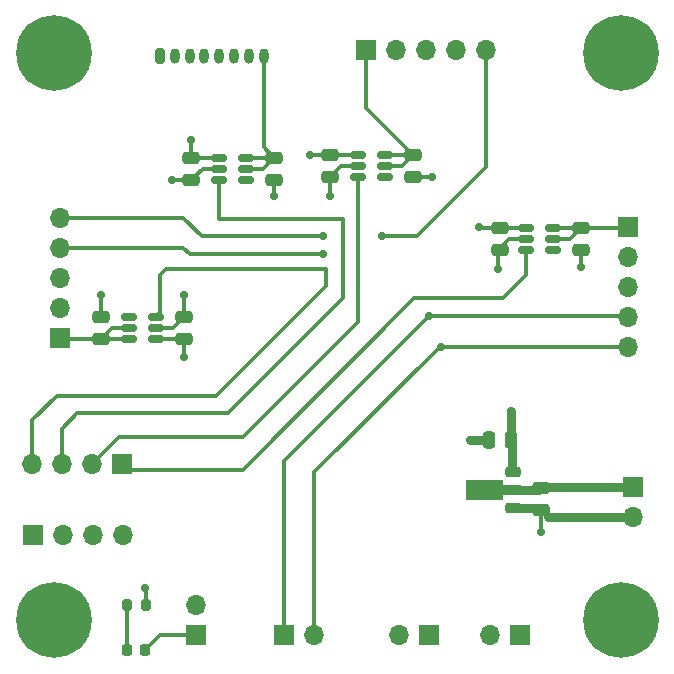
<source format=gbr>
%TF.GenerationSoftware,KiCad,Pcbnew,8.0.6*%
%TF.CreationDate,2025-03-13T12:14:51-04:00*%
%TF.ProjectId,PCB-Test,5043422d-5465-4737-942e-6b696361645f,rev?*%
%TF.SameCoordinates,Original*%
%TF.FileFunction,Copper,L1,Top*%
%TF.FilePolarity,Positive*%
%FSLAX46Y46*%
G04 Gerber Fmt 4.6, Leading zero omitted, Abs format (unit mm)*
G04 Created by KiCad (PCBNEW 8.0.6) date 2025-03-13 12:14:51*
%MOMM*%
%LPD*%
G01*
G04 APERTURE LIST*
G04 Aperture macros list*
%AMRoundRect*
0 Rectangle with rounded corners*
0 $1 Rounding radius*
0 $2 $3 $4 $5 $6 $7 $8 $9 X,Y pos of 4 corners*
0 Add a 4 corners polygon primitive as box body*
4,1,4,$2,$3,$4,$5,$6,$7,$8,$9,$2,$3,0*
0 Add four circle primitives for the rounded corners*
1,1,$1+$1,$2,$3*
1,1,$1+$1,$4,$5*
1,1,$1+$1,$6,$7*
1,1,$1+$1,$8,$9*
0 Add four rect primitives between the rounded corners*
20,1,$1+$1,$2,$3,$4,$5,0*
20,1,$1+$1,$4,$5,$6,$7,0*
20,1,$1+$1,$6,$7,$8,$9,0*
20,1,$1+$1,$8,$9,$2,$3,0*%
%AMFreePoly0*
4,1,9,3.862500,-0.866500,0.737500,-0.866500,0.737500,-0.450000,-0.737500,-0.450000,-0.737500,0.450000,0.737500,0.450000,0.737500,0.866500,3.862500,0.866500,3.862500,-0.866500,3.862500,-0.866500,$1*%
G04 Aperture macros list end*
%TA.AperFunction,SMDPad,CuDef*%
%ADD10RoundRect,0.218750X-0.218750X-0.256250X0.218750X-0.256250X0.218750X0.256250X-0.218750X0.256250X0*%
%TD*%
%TA.AperFunction,ComponentPad*%
%ADD11R,1.700000X1.700000*%
%TD*%
%TA.AperFunction,ComponentPad*%
%ADD12O,1.700000X1.700000*%
%TD*%
%TA.AperFunction,SMDPad,CuDef*%
%ADD13RoundRect,0.250000X-0.475000X0.250000X-0.475000X-0.250000X0.475000X-0.250000X0.475000X0.250000X0*%
%TD*%
%TA.AperFunction,SMDPad,CuDef*%
%ADD14RoundRect,0.150000X-0.512500X-0.150000X0.512500X-0.150000X0.512500X0.150000X-0.512500X0.150000X0*%
%TD*%
%TA.AperFunction,ComponentPad*%
%ADD15RoundRect,0.200000X-0.200000X-0.450000X0.200000X-0.450000X0.200000X0.450000X-0.200000X0.450000X0*%
%TD*%
%TA.AperFunction,ComponentPad*%
%ADD16O,0.800000X1.300000*%
%TD*%
%TA.AperFunction,ComponentPad*%
%ADD17C,0.800000*%
%TD*%
%TA.AperFunction,ComponentPad*%
%ADD18C,6.400000*%
%TD*%
%TA.AperFunction,SMDPad,CuDef*%
%ADD19RoundRect,0.250000X0.250000X0.475000X-0.250000X0.475000X-0.250000X-0.475000X0.250000X-0.475000X0*%
%TD*%
%TA.AperFunction,SMDPad,CuDef*%
%ADD20RoundRect,0.200000X0.200000X0.275000X-0.200000X0.275000X-0.200000X-0.275000X0.200000X-0.275000X0*%
%TD*%
%TA.AperFunction,SMDPad,CuDef*%
%ADD21RoundRect,0.150000X0.512500X0.150000X-0.512500X0.150000X-0.512500X-0.150000X0.512500X-0.150000X0*%
%TD*%
%TA.AperFunction,SMDPad,CuDef*%
%ADD22RoundRect,0.225000X0.425000X0.225000X-0.425000X0.225000X-0.425000X-0.225000X0.425000X-0.225000X0*%
%TD*%
%TA.AperFunction,SMDPad,CuDef*%
%ADD23FreePoly0,180.000000*%
%TD*%
%TA.AperFunction,SMDPad,CuDef*%
%ADD24RoundRect,0.250000X0.475000X-0.250000X0.475000X0.250000X-0.475000X0.250000X-0.475000X-0.250000X0*%
%TD*%
%TA.AperFunction,ViaPad*%
%ADD25C,0.700000*%
%TD*%
%TA.AperFunction,Conductor*%
%ADD26C,0.300000*%
%TD*%
%TA.AperFunction,Conductor*%
%ADD27C,0.800000*%
%TD*%
G04 APERTURE END LIST*
D10*
%TO.P,D1,1,K*%
%TO.N,Net-(D1-K)*%
X162175000Y-106500000D03*
%TO.P,D1,2,A*%
%TO.N,Net-(D1-A)*%
X163750000Y-106500000D03*
%TD*%
D11*
%TO.P,J10,1,Pin_1*%
%TO.N,/SCD40_EN*%
X161800000Y-90750000D03*
D12*
%TO.P,J10,2,Pin_2*%
%TO.N,/OZONE_EN*%
X159260000Y-90750000D03*
%TO.P,J10,3,Pin_3*%
%TO.N,/PM25_EN*%
X156720000Y-90750000D03*
%TO.P,J10,4,Pin_4*%
%TO.N,/SHT4X_EN*%
X154180000Y-90750000D03*
%TD*%
D13*
%TO.P,C6,1*%
%TO.N,/SCD40_VCC*%
X200612500Y-70800000D03*
%TO.P,C6,2*%
%TO.N,GND*%
X200612500Y-72700000D03*
%TD*%
%TO.P,C9,1*%
%TO.N,VCC*%
X197250000Y-92800000D03*
%TO.P,C9,2*%
%TO.N,GND*%
X197250000Y-94700000D03*
%TD*%
D11*
%TO.P,J8,1,Pin_1*%
%TO.N,/SCL*%
X175500000Y-105250000D03*
D12*
%TO.P,J8,2,Pin_2*%
%TO.N,/SDA*%
X178040000Y-105250000D03*
%TD*%
D14*
%TO.P,U1,1,VIN*%
%TO.N,+5V*%
X170000000Y-64850000D03*
%TO.P,U1,2,GND*%
%TO.N,GND*%
X170000000Y-65800000D03*
%TO.P,U1,3,ON*%
%TO.N,/PM25_EN*%
X170000000Y-66750000D03*
%TO.P,U1,4,CT*%
%TO.N,unconnected-(U1-CT-Pad4)*%
X172275000Y-66750000D03*
%TO.P,U1,5,QOD*%
%TO.N,/PM25_VCC*%
X172275000Y-65800000D03*
%TO.P,U1,6,VOUT*%
X172275000Y-64850000D03*
%TD*%
D11*
%TO.P,JP1,1,A*%
%TO.N,Net-(D1-A)*%
X168000000Y-105275000D03*
D12*
%TO.P,JP1,2,B*%
%TO.N,+5V*%
X168000000Y-102735000D03*
%TD*%
D11*
%TO.P,J2,1,Pin_1*%
%TO.N,/OZONE_VCC*%
X182420000Y-55750000D03*
D12*
%TO.P,J2,2,Pin_2*%
%TO.N,unconnected-(J2-Pin_2-Pad2)*%
X184960000Y-55750000D03*
%TO.P,J2,3,Pin_3*%
%TO.N,GND*%
X187500000Y-55750000D03*
%TO.P,J2,4,Pin_4*%
%TO.N,/SCL*%
X190040000Y-55750000D03*
%TO.P,J2,5,Pin_5*%
%TO.N,/SDA*%
X192580000Y-55750000D03*
%TD*%
D13*
%TO.P,C1,1*%
%TO.N,/PM25_VCC*%
X174637500Y-64850000D03*
%TO.P,C1,2*%
%TO.N,GND*%
X174637500Y-66750000D03*
%TD*%
D15*
%TO.P,J1,1,Pin_1*%
%TO.N,unconnected-(J1-Pin_1-Pad1)*%
X165000000Y-56250000D03*
D16*
%TO.P,J1,2,Pin_2*%
%TO.N,unconnected-(J1-Pin_2-Pad2)*%
X166250000Y-56250000D03*
%TO.P,J1,3,Pin_3*%
%TO.N,/PM25_RST*%
X167500000Y-56250000D03*
%TO.P,J1,4,Pin_4*%
%TO.N,/PM25_TX*%
X168750000Y-56250000D03*
%TO.P,J1,5,Pin_5*%
%TO.N,/PM25_RX*%
X170000000Y-56250000D03*
%TO.P,J1,6,Pin_6*%
%TO.N,/PM25_SET*%
X171250000Y-56250000D03*
%TO.P,J1,7,Pin_7*%
%TO.N,GND*%
X172500000Y-56250000D03*
%TO.P,J1,8,Pin_8*%
%TO.N,/PM25_VCC*%
X173750000Y-56250000D03*
%TD*%
D13*
%TO.P,C4,1*%
%TO.N,/OZONE_VCC*%
X186387500Y-64600000D03*
%TO.P,C4,2*%
%TO.N,GND*%
X186387500Y-66500000D03*
%TD*%
D11*
%TO.P,J4,1,Pin_1*%
%TO.N,/SHT4X_VCC*%
X156550000Y-80075000D03*
D12*
%TO.P,J4,2,Pin_2*%
%TO.N,unconnected-(J4-Pin_2-Pad2)*%
X156550000Y-77535000D03*
%TO.P,J4,3,Pin_3*%
%TO.N,GND*%
X156550000Y-74995000D03*
%TO.P,J4,4,Pin_4*%
%TO.N,/SCL*%
X156550000Y-72455000D03*
%TO.P,J4,5,Pin_5*%
%TO.N,/SDA*%
X156550000Y-69915000D03*
%TD*%
D17*
%TO.P,H1,1,1*%
%TO.N,GND*%
X153600000Y-104000000D03*
X154302944Y-102302944D03*
X154302944Y-105697056D03*
X156000000Y-101600000D03*
D18*
X156000000Y-104000000D03*
D17*
X156000000Y-106400000D03*
X157697056Y-102302944D03*
X157697056Y-105697056D03*
X158400000Y-104000000D03*
%TD*%
D14*
%TO.P,U2,1,VIN*%
%TO.N,+5V*%
X181750000Y-64600000D03*
%TO.P,U2,2,GND*%
%TO.N,GND*%
X181750000Y-65550000D03*
%TO.P,U2,3,ON*%
%TO.N,/OZONE_EN*%
X181750000Y-66500000D03*
%TO.P,U2,4,CT*%
%TO.N,unconnected-(U2-CT-Pad4)*%
X184025000Y-66500000D03*
%TO.P,U2,5,QOD*%
%TO.N,/OZONE_VCC*%
X184025000Y-65550000D03*
%TO.P,U2,6,VOUT*%
X184025000Y-64600000D03*
%TD*%
D19*
%TO.P,C10,1*%
%TO.N,+5V*%
X194700000Y-88750000D03*
%TO.P,C10,2*%
%TO.N,GND*%
X192800000Y-88750000D03*
%TD*%
D17*
%TO.P,H3,1,1*%
%TO.N,GND*%
X201600000Y-104000000D03*
X202302944Y-102302944D03*
X202302944Y-105697056D03*
X204000000Y-101600000D03*
D18*
X204000000Y-104000000D03*
D17*
X204000000Y-106400000D03*
X205697056Y-102302944D03*
X205697056Y-105697056D03*
X206400000Y-104000000D03*
%TD*%
%TO.P,H4,1,1*%
%TO.N,GND*%
X201600000Y-56000000D03*
X202302944Y-54302944D03*
X202302944Y-57697056D03*
X204000000Y-53600000D03*
D18*
X204000000Y-56000000D03*
D17*
X204000000Y-58400000D03*
X205697056Y-54302944D03*
X205697056Y-57697056D03*
X206400000Y-56000000D03*
%TD*%
D11*
%TO.P,J9,1,Pin_1*%
%TO.N,/PM25_RST*%
X154250000Y-96750000D03*
D12*
%TO.P,J9,2,Pin_2*%
%TO.N,/PM25_TX*%
X156790000Y-96750000D03*
%TO.P,J9,3,Pin_3*%
%TO.N,/PM25_RX*%
X159330000Y-96750000D03*
%TO.P,J9,4,Pin_4*%
%TO.N,/PM25_SET*%
X161870000Y-96750000D03*
%TD*%
D20*
%TO.P,R1,1*%
%TO.N,GND*%
X163827500Y-102710000D03*
%TO.P,R1,2*%
%TO.N,Net-(D1-K)*%
X162177500Y-102710000D03*
%TD*%
D13*
%TO.P,C2,1*%
%TO.N,+5V*%
X167637500Y-64850000D03*
%TO.P,C2,2*%
%TO.N,GND*%
X167637500Y-66750000D03*
%TD*%
D17*
%TO.P,H2,1,1*%
%TO.N,GND*%
X153600000Y-56000000D03*
X154302944Y-54302944D03*
X154302944Y-57697056D03*
X156000000Y-53600000D03*
D18*
X156000000Y-56000000D03*
D17*
X156000000Y-58400000D03*
X157697056Y-54302944D03*
X157697056Y-57697056D03*
X158400000Y-56000000D03*
%TD*%
D21*
%TO.P,U4,1,VIN*%
%TO.N,+5V*%
X164637500Y-80200000D03*
%TO.P,U4,2,GND*%
%TO.N,GND*%
X164637500Y-79250000D03*
%TO.P,U4,3,ON*%
%TO.N,/SHT4X_EN*%
X164637500Y-78300000D03*
%TO.P,U4,4,CT*%
%TO.N,unconnected-(U4-CT-Pad4)*%
X162362500Y-78300000D03*
%TO.P,U4,5,QOD*%
%TO.N,/SHT4X_VCC*%
X162362500Y-79250000D03*
%TO.P,U4,6,VOUT*%
X162362500Y-80200000D03*
%TD*%
D11*
%TO.P,J3,1,Pin_1*%
%TO.N,/SCD40_VCC*%
X204625000Y-70675000D03*
D12*
%TO.P,J3,2,Pin_2*%
%TO.N,unconnected-(J3-Pin_2-Pad2)*%
X204625000Y-73215000D03*
%TO.P,J3,3,Pin_3*%
%TO.N,GND*%
X204625000Y-75755000D03*
%TO.P,J3,4,Pin_4*%
%TO.N,/SCL*%
X204625000Y-78295000D03*
%TO.P,J3,5,Pin_5*%
%TO.N,/SDA*%
X204625000Y-80835000D03*
%TD*%
D22*
%TO.P,U5,1,GND*%
%TO.N,GND*%
X194837500Y-94500000D03*
D23*
%TO.P,U5,2,VIN*%
%TO.N,VCC*%
X194750000Y-93000000D03*
D22*
%TO.P,U5,3,VOUT*%
%TO.N,+5V*%
X194837500Y-91500000D03*
%TD*%
D14*
%TO.P,U3,1,VIN*%
%TO.N,+5V*%
X195975000Y-70800000D03*
%TO.P,U3,2,GND*%
%TO.N,GND*%
X195975000Y-71750000D03*
%TO.P,U3,3,ON*%
%TO.N,/SCD40_EN*%
X195975000Y-72700000D03*
%TO.P,U3,4,CT*%
%TO.N,unconnected-(U3-CT-Pad4)*%
X198250000Y-72700000D03*
%TO.P,U3,5,QOD*%
%TO.N,/SCD40_VCC*%
X198250000Y-71750000D03*
%TO.P,U3,6,VOUT*%
X198250000Y-70800000D03*
%TD*%
D24*
%TO.P,C8,1*%
%TO.N,/SHT4X_VCC*%
X160000000Y-80200000D03*
%TO.P,C8,2*%
%TO.N,GND*%
X160000000Y-78300000D03*
%TD*%
D13*
%TO.P,C3,1*%
%TO.N,+5V*%
X179387500Y-64600000D03*
%TO.P,C3,2*%
%TO.N,GND*%
X179387500Y-66500000D03*
%TD*%
D11*
%TO.P,J5,1,Pin_1*%
%TO.N,VCC*%
X187775000Y-105250000D03*
D12*
%TO.P,J5,2,Pin_2*%
%TO.N,GND*%
X185235000Y-105250000D03*
%TD*%
D11*
%TO.P,J7,1,Pin_1*%
%TO.N,VCC*%
X205000000Y-92725000D03*
D12*
%TO.P,J7,2,Pin_2*%
%TO.N,GND*%
X205000000Y-95265000D03*
%TD*%
D24*
%TO.P,C7,1*%
%TO.N,+5V*%
X167000000Y-80200000D03*
%TO.P,C7,2*%
%TO.N,GND*%
X167000000Y-78300000D03*
%TD*%
D11*
%TO.P,J6,1,Pin_1*%
%TO.N,VCC*%
X195500000Y-105250000D03*
D12*
%TO.P,J6,2,Pin_2*%
%TO.N,GND*%
X192960000Y-105250000D03*
%TD*%
D13*
%TO.P,C5,1*%
%TO.N,+5V*%
X193750000Y-70800000D03*
%TO.P,C5,2*%
%TO.N,GND*%
X193750000Y-72700000D03*
%TD*%
D25*
%TO.N,+5V*%
X177706250Y-64600000D03*
X194700000Y-86300000D03*
X167000000Y-81750000D03*
X167637500Y-63362500D03*
X192000000Y-70750000D03*
%TO.N,GND*%
X163750000Y-101250000D03*
X174625000Y-68125000D03*
X179387500Y-68100000D03*
X167000000Y-76500000D03*
X166000000Y-66750000D03*
X188000000Y-66500000D03*
X200612500Y-74137500D03*
X197250000Y-96500000D03*
X191250000Y-88750000D03*
X160000000Y-76500000D03*
X193612500Y-74250000D03*
%TO.N,/SCL*%
X187750000Y-78250000D03*
X178750000Y-73000000D03*
%TO.N,/SDA*%
X188750000Y-80835000D03*
X178750000Y-71500000D03*
X183750000Y-71500000D03*
%TD*%
D26*
%TO.N,/SDA*%
X183750000Y-71500000D02*
X186750000Y-71500000D01*
X186750000Y-71500000D02*
X192580000Y-65670000D01*
X192580000Y-65670000D02*
X192580000Y-55750000D01*
%TO.N,/PM25_VCC*%
X174637500Y-64850000D02*
X172275000Y-64850000D01*
X172275000Y-65800000D02*
X173687500Y-65800000D01*
X173750000Y-63962500D02*
X173750000Y-56250000D01*
X173687500Y-65800000D02*
X174637500Y-64850000D01*
X174637500Y-64850000D02*
X173750000Y-63962500D01*
%TO.N,/PM25_EN*%
X156720000Y-87780000D02*
X158000000Y-86500000D01*
X170000000Y-70000000D02*
X170000000Y-66750000D01*
X180500000Y-76750000D02*
X180500000Y-70000000D01*
X180500000Y-70000000D02*
X170000000Y-70000000D01*
X158000000Y-86500000D02*
X170750000Y-86500000D01*
X156720000Y-91250000D02*
X156720000Y-87780000D01*
X170750000Y-86500000D02*
X180500000Y-76750000D01*
%TO.N,+5V*%
X179387500Y-64600000D02*
X181750000Y-64600000D01*
D27*
X194700000Y-86300000D02*
X194700000Y-88750000D01*
D26*
X193750000Y-70800000D02*
X192050000Y-70800000D01*
X194837500Y-91500000D02*
X194750000Y-91412500D01*
X164637500Y-80200000D02*
X167000000Y-80200000D01*
X192050000Y-70800000D02*
X192000000Y-70750000D01*
X194750000Y-88800000D02*
X194700000Y-88750000D01*
X167000000Y-81750000D02*
X167000000Y-80200000D01*
D27*
X194750000Y-91412500D02*
X194750000Y-88800000D01*
D26*
X170000000Y-64850000D02*
X167637500Y-64850000D01*
X193750000Y-70800000D02*
X195975000Y-70800000D01*
X167637500Y-63362500D02*
X167637500Y-64850000D01*
X179387500Y-64600000D02*
X177706250Y-64600000D01*
D27*
%TO.N,GND*%
X205000000Y-95265000D02*
X197815000Y-95265000D01*
D26*
X170000000Y-65800000D02*
X168587500Y-65800000D01*
X166050000Y-79250000D02*
X167000000Y-78300000D01*
X167637500Y-66750000D02*
X166000000Y-66750000D01*
X179387500Y-66500000D02*
X180337500Y-65550000D01*
X167000000Y-76500000D02*
X167000000Y-78300000D01*
X188000000Y-66500000D02*
X186387500Y-66500000D01*
X197050000Y-94500000D02*
X197250000Y-94700000D01*
X163827500Y-102710000D02*
X163827500Y-101327500D01*
X200612500Y-74137500D02*
X200612500Y-72700000D01*
X168587500Y-65800000D02*
X167637500Y-66750000D01*
X180337500Y-65550000D02*
X181750000Y-65550000D01*
X164637500Y-79250000D02*
X166050000Y-79250000D01*
D27*
X192800000Y-88750000D02*
X191250000Y-88750000D01*
D26*
X174625000Y-68125000D02*
X174637500Y-68112500D01*
D27*
X194837500Y-94500000D02*
X197050000Y-94500000D01*
D26*
X197250000Y-94700000D02*
X197250000Y-96500000D01*
X163827500Y-101327500D02*
X163750000Y-101250000D01*
X193612500Y-74250000D02*
X193612500Y-72700000D01*
X179387500Y-66500000D02*
X179387500Y-68100000D01*
X194562500Y-71750000D02*
X195975000Y-71750000D01*
X174637500Y-68112500D02*
X174637500Y-66750000D01*
X197815000Y-95265000D02*
X197250000Y-94700000D01*
X160000000Y-78300000D02*
X160000000Y-76500000D01*
X193612500Y-72700000D02*
X194562500Y-71750000D01*
%TO.N,/OZONE_VCC*%
X184025000Y-65550000D02*
X185437500Y-65550000D01*
X184025000Y-64600000D02*
X186387500Y-64600000D01*
X185437500Y-65550000D02*
X186387500Y-64600000D01*
X186387500Y-64600000D02*
X182420000Y-60632500D01*
X182420000Y-60632500D02*
X182420000Y-55750000D01*
%TO.N,/OZONE_EN*%
X159260000Y-90750000D02*
X161510000Y-88500000D01*
X172000000Y-88500000D02*
X181750000Y-78750000D01*
X181750000Y-78750000D02*
X181750000Y-66500000D01*
X161510000Y-88500000D02*
X172000000Y-88500000D01*
%TO.N,/SCD40_VCC*%
X200612500Y-70800000D02*
X198250000Y-70800000D01*
X199662500Y-71750000D02*
X200612500Y-70800000D01*
X204500000Y-70800000D02*
X204625000Y-70675000D01*
X200612500Y-70800000D02*
X204500000Y-70800000D01*
X198250000Y-71750000D02*
X199662500Y-71750000D01*
%TO.N,/SCD40_EN*%
X186500000Y-76750000D02*
X194000000Y-76750000D01*
X195975000Y-74775000D02*
X195975000Y-72700000D01*
X172000000Y-91250000D02*
X186500000Y-76750000D01*
X194000000Y-76750000D02*
X195975000Y-74775000D01*
X161800000Y-91250000D02*
X172000000Y-91250000D01*
%TO.N,/SHT4X_EN*%
X169750000Y-85000000D02*
X179000000Y-75750000D01*
X179000000Y-74250000D02*
X165500000Y-74250000D01*
X165000000Y-77937500D02*
X164637500Y-78300000D01*
X154180000Y-91250000D02*
X154180000Y-87070000D01*
X154180000Y-87070000D02*
X156250000Y-85000000D01*
X165000000Y-74750000D02*
X165000000Y-77937500D01*
X156250000Y-85000000D02*
X169750000Y-85000000D01*
X179000000Y-75750000D02*
X179000000Y-74250000D01*
X165500000Y-74250000D02*
X165000000Y-74750000D01*
%TO.N,/SHT4X_VCC*%
X162362500Y-79250000D02*
X160950000Y-79250000D01*
X156675000Y-80200000D02*
X156550000Y-80075000D01*
X160950000Y-79250000D02*
X160000000Y-80200000D01*
X160000000Y-80200000D02*
X156675000Y-80200000D01*
X160000000Y-80200000D02*
X162362500Y-80200000D01*
%TO.N,/SCL*%
X187750000Y-78250000D02*
X204580000Y-78250000D01*
X167500000Y-73000000D02*
X178750000Y-73000000D01*
X166955000Y-72455000D02*
X167500000Y-73000000D01*
X175500000Y-90500000D02*
X187750000Y-78250000D01*
X175500000Y-105250000D02*
X175500000Y-90500000D01*
X156550000Y-72455000D02*
X166955000Y-72455000D01*
X204580000Y-78250000D02*
X204625000Y-78295000D01*
%TO.N,/SDA*%
X166915000Y-69915000D02*
X168500000Y-71500000D01*
X188750000Y-80835000D02*
X204625000Y-80835000D01*
X156550000Y-69915000D02*
X166915000Y-69915000D01*
X178040000Y-91460000D02*
X188665000Y-80835000D01*
X188665000Y-80835000D02*
X188750000Y-80835000D01*
X168500000Y-71500000D02*
X178750000Y-71500000D01*
X178040000Y-105250000D02*
X178040000Y-91460000D01*
%TO.N,VCC*%
X197250000Y-92800000D02*
X197050000Y-93000000D01*
D27*
X197050000Y-93000000D02*
X194750000Y-93000000D01*
X205000000Y-92725000D02*
X197325000Y-92725000D01*
D26*
X197325000Y-92725000D02*
X197250000Y-92800000D01*
%TO.N,Net-(D1-A)*%
X164975000Y-105275000D02*
X168000000Y-105275000D01*
X163750000Y-106500000D02*
X164975000Y-105275000D01*
%TO.N,Net-(D1-K)*%
X162175000Y-106500000D02*
X162175000Y-102712500D01*
X162175000Y-102712500D02*
X162177500Y-102710000D01*
%TD*%
M02*

</source>
